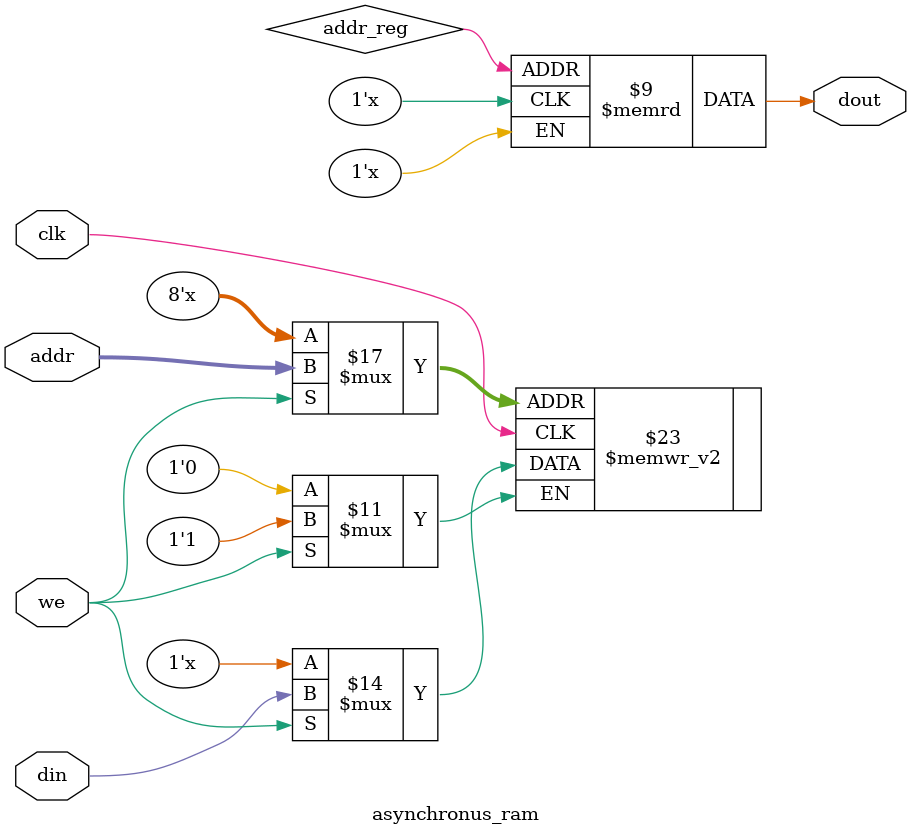
<source format=v>
module asynchronus_ram
#(parameter ADDR_WDITH = 8, DATA_WDITH =1)

(
	clk, we, addr, din, dout
);

input wire clk, we;
input wire [ADDR_WDITH-1:0] addr;
input wire [DATA_WDITH-1:0] din;
output wire [DATA_WDITH-1:0] dout;

reg [DATA_WDITH-1:0] ram [2*ADDR_WDITH-1:0];
reg [ADDR_WDITH-1:0] add_reg;

always @(posedge clk) begin
	if (we)
		ram[addr] <= din;
	add_reg <= addr;
end

assign dout = ram[addr_reg];

endmodule

</source>
